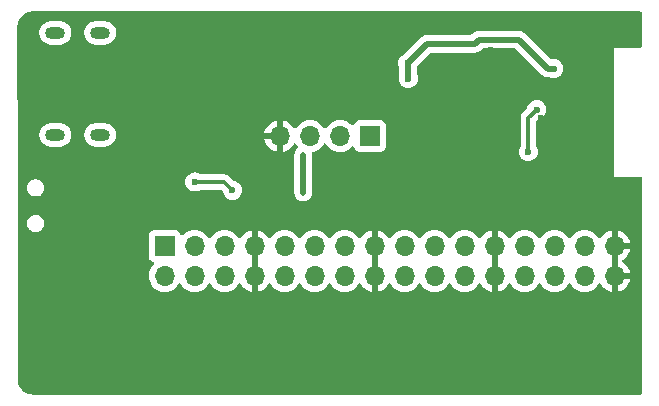
<source format=gbr>
%TF.GenerationSoftware,KiCad,Pcbnew,8.0.5*%
%TF.CreationDate,2024-09-24T02:20:12-04:00*%
%TF.ProjectId,ble_mcu_test_board,626c655f-6d63-4755-9f74-6573745f626f,rev?*%
%TF.SameCoordinates,Original*%
%TF.FileFunction,Copper,L2,Bot*%
%TF.FilePolarity,Positive*%
%FSLAX46Y46*%
G04 Gerber Fmt 4.6, Leading zero omitted, Abs format (unit mm)*
G04 Created by KiCad (PCBNEW 8.0.5) date 2024-09-24 02:20:12*
%MOMM*%
%LPD*%
G01*
G04 APERTURE LIST*
%TA.AperFunction,ComponentPad*%
%ADD10R,1.700000X1.700000*%
%TD*%
%TA.AperFunction,ComponentPad*%
%ADD11O,1.700000X1.700000*%
%TD*%
%TA.AperFunction,ComponentPad*%
%ADD12O,1.700000X1.000000*%
%TD*%
%TA.AperFunction,ViaPad*%
%ADD13C,0.600000*%
%TD*%
%TA.AperFunction,ViaPad*%
%ADD14C,0.500000*%
%TD*%
%TA.AperFunction,Conductor*%
%ADD15C,0.500000*%
%TD*%
%TA.AperFunction,Conductor*%
%ADD16C,0.300000*%
%TD*%
G04 APERTURE END LIST*
D10*
%TO.P,J2,1,Pin_1*%
%TO.N,+3.3V*%
X142350000Y-89900000D03*
D11*
%TO.P,J2,2,Pin_2*%
%TO.N,Net-(J2-Pin_2)*%
X139810000Y-89900000D03*
%TO.P,J2,3,Pin_3*%
%TO.N,Net-(J2-Pin_3)*%
X137270000Y-89900000D03*
%TO.P,J2,4,Pin_4*%
%TO.N,GND*%
X134730000Y-89900000D03*
%TD*%
D10*
%TO.P,J1,1,Pin_1*%
%TO.N,+3.3V*%
X124960000Y-99210000D03*
D11*
%TO.P,J1,2,Pin_2*%
X124960000Y-101750000D03*
%TO.P,J1,3,Pin_3*%
%TO.N,Net-(J1-Pin_3)*%
X127500000Y-99210000D03*
%TO.P,J1,4,Pin_4*%
%TO.N,Net-(J1-Pin_4)*%
X127500000Y-101750000D03*
%TO.P,J1,5,Pin_5*%
%TO.N,Net-(J1-Pin_5)*%
X130040000Y-99210000D03*
%TO.P,J1,6,Pin_6*%
%TO.N,Net-(J1-Pin_6)*%
X130040000Y-101750000D03*
%TO.P,J1,7,Pin_7*%
%TO.N,GND*%
X132580000Y-99210000D03*
%TO.P,J1,8,Pin_8*%
X132580000Y-101750000D03*
%TO.P,J1,9,Pin_9*%
%TO.N,+3.3V*%
X135120000Y-99210000D03*
%TO.P,J1,10,Pin_10*%
X135120000Y-101750000D03*
%TO.P,J1,11,Pin_11*%
%TO.N,Net-(J1-Pin_11)*%
X137660000Y-99210000D03*
%TO.P,J1,12,Pin_12*%
%TO.N,Net-(J1-Pin_12)*%
X137660000Y-101750000D03*
%TO.P,J1,13,Pin_13*%
%TO.N,Net-(J1-Pin_13)*%
X140200000Y-99210000D03*
%TO.P,J1,14,Pin_14*%
%TO.N,Net-(J1-Pin_14)*%
X140200000Y-101750000D03*
%TO.P,J1,15,Pin_15*%
%TO.N,GND*%
X142740000Y-99210000D03*
%TO.P,J1,16,Pin_16*%
X142740000Y-101750000D03*
%TO.P,J1,17,Pin_17*%
%TO.N,+3.3V*%
X145280000Y-99210000D03*
%TO.P,J1,18,Pin_18*%
X145280000Y-101750000D03*
%TO.P,J1,19,Pin_19*%
%TO.N,Net-(J1-Pin_19)*%
X147820000Y-99210000D03*
%TO.P,J1,20,Pin_20*%
%TO.N,Net-(J1-Pin_20)*%
X147820000Y-101750000D03*
%TO.P,J1,21,Pin_21*%
%TO.N,Net-(J1-Pin_21)*%
X150360000Y-99210000D03*
%TO.P,J1,22,Pin_22*%
%TO.N,Net-(J1-Pin_22)*%
X150360000Y-101750000D03*
%TO.P,J1,23,Pin_23*%
%TO.N,GND*%
X152900000Y-99210000D03*
%TO.P,J1,24,Pin_24*%
X152900000Y-101750000D03*
%TO.P,J1,25,Pin_25*%
%TO.N,+3.3V*%
X155440000Y-99210000D03*
%TO.P,J1,26,Pin_26*%
X155440000Y-101750000D03*
%TO.P,J1,27,Pin_27*%
%TO.N,Net-(J1-Pin_27)*%
X157980000Y-99210000D03*
%TO.P,J1,28,Pin_28*%
%TO.N,Net-(J1-Pin_28)*%
X157980000Y-101750000D03*
%TO.P,J1,29,Pin_29*%
%TO.N,Net-(J1-Pin_29)*%
X160520000Y-99210000D03*
%TO.P,J1,30,Pin_30*%
%TO.N,Net-(J1-Pin_30)*%
X160520000Y-101750000D03*
%TO.P,J1,31,Pin_31*%
%TO.N,GND*%
X163060000Y-99210000D03*
%TO.P,J1,32,Pin_32*%
X163060000Y-101750000D03*
%TD*%
D12*
%TO.P,J3,S1,SHIELD*%
%TO.N,unconnected-(J3-SHIELD-PadS1)_1*%
X119500000Y-81180000D03*
%TO.N,unconnected-(J3-SHIELD-PadS1)_3*%
X115700000Y-81180000D03*
%TO.N,unconnected-(J3-SHIELD-PadS1)*%
X119500000Y-89820000D03*
%TO.N,unconnected-(J3-SHIELD-PadS1)_2*%
X115700000Y-89820000D03*
%TD*%
D13*
%TO.N,GND*%
X153500000Y-93500000D03*
X161200000Y-84700000D03*
X114100000Y-107500000D03*
X118250000Y-82750000D03*
X157600000Y-87500000D03*
X122100000Y-109000000D03*
X149000000Y-80500000D03*
X122000000Y-82250000D03*
D14*
X143352083Y-93952083D03*
X125500000Y-90750000D03*
D13*
X159200000Y-87500000D03*
X156800000Y-88400000D03*
X146000000Y-81500000D03*
X126000000Y-86750000D03*
D14*
X144750000Y-89000000D03*
D13*
X156200000Y-81300000D03*
D14*
X142500000Y-92400000D03*
D13*
X158000000Y-83000000D03*
X116500000Y-92000000D03*
X115700000Y-104600000D03*
X126000000Y-85000000D03*
X114800000Y-107500000D03*
X148000000Y-80500000D03*
X132700000Y-82400000D03*
X152400000Y-93500000D03*
X150500000Y-87000000D03*
D14*
X132900000Y-92300000D03*
D13*
X151250000Y-80500000D03*
X161200000Y-86800000D03*
X118250000Y-88250000D03*
D14*
X132800000Y-94400000D03*
D13*
X158700000Y-93700000D03*
X144800000Y-86600000D03*
X160400000Y-93700000D03*
X152600000Y-82625000D03*
X154000000Y-83400000D03*
X150000000Y-80500000D03*
X150109620Y-93209620D03*
%TO.N,+3.3V*%
X156464753Y-87673630D03*
D14*
X136700000Y-91500000D03*
D13*
X155750000Y-91250000D03*
X157900000Y-84200000D03*
X145542629Y-83750000D03*
D14*
X136700000Y-94700000D03*
D13*
X145592435Y-85050000D03*
%TO.N,Net-(U1-PB9)*%
X127500000Y-93800000D03*
X130700000Y-94500000D03*
%TD*%
D15*
%TO.N,+3.3V*%
X157900000Y-84200000D02*
X157400000Y-84200000D01*
X151550000Y-81750000D02*
X151200000Y-82100000D01*
X145542629Y-83750000D02*
X145542629Y-85000194D01*
D16*
X156464753Y-87673630D02*
X155750000Y-88388383D01*
D15*
X151200000Y-82100000D02*
X147192629Y-82100000D01*
X154950000Y-81750000D02*
X151550000Y-81750000D01*
X136700000Y-94700000D02*
X136700000Y-91500000D01*
D16*
X155750000Y-88388383D02*
X155750000Y-91250000D01*
D15*
X157400000Y-84200000D02*
X154950000Y-81750000D01*
X145542629Y-85000194D02*
X145592435Y-85050000D01*
X147192629Y-82100000D02*
X145542629Y-83750000D01*
D16*
%TO.N,Net-(U1-PB9)*%
X127500000Y-93800000D02*
X130000000Y-93800000D01*
X130000000Y-93800000D02*
X130700000Y-94500000D01*
%TD*%
%TA.AperFunction,Conductor*%
%TO.N,GND*%
G36*
X132830000Y-101316988D02*
G01*
X132772993Y-101284075D01*
X132645826Y-101250000D01*
X132514174Y-101250000D01*
X132387007Y-101284075D01*
X132330000Y-101316988D01*
X132330000Y-99643012D01*
X132387007Y-99675925D01*
X132514174Y-99710000D01*
X132645826Y-99710000D01*
X132772993Y-99675925D01*
X132830000Y-99643012D01*
X132830000Y-101316988D01*
G37*
%TD.AperFunction*%
%TA.AperFunction,Conductor*%
G36*
X142990000Y-101316988D02*
G01*
X142932993Y-101284075D01*
X142805826Y-101250000D01*
X142674174Y-101250000D01*
X142547007Y-101284075D01*
X142490000Y-101316988D01*
X142490000Y-99643012D01*
X142547007Y-99675925D01*
X142674174Y-99710000D01*
X142805826Y-99710000D01*
X142932993Y-99675925D01*
X142990000Y-99643012D01*
X142990000Y-101316988D01*
G37*
%TD.AperFunction*%
%TA.AperFunction,Conductor*%
G36*
X153150000Y-101316988D02*
G01*
X153092993Y-101284075D01*
X152965826Y-101250000D01*
X152834174Y-101250000D01*
X152707007Y-101284075D01*
X152650000Y-101316988D01*
X152650000Y-99643012D01*
X152707007Y-99675925D01*
X152834174Y-99710000D01*
X152965826Y-99710000D01*
X153092993Y-99675925D01*
X153150000Y-99643012D01*
X153150000Y-101316988D01*
G37*
%TD.AperFunction*%
%TA.AperFunction,Conductor*%
G36*
X163310000Y-101316988D02*
G01*
X163252993Y-101284075D01*
X163125826Y-101250000D01*
X162994174Y-101250000D01*
X162867007Y-101284075D01*
X162810000Y-101316988D01*
X162810000Y-99643012D01*
X162867007Y-99675925D01*
X162994174Y-99710000D01*
X163125826Y-99710000D01*
X163252993Y-99675925D01*
X163310000Y-99643012D01*
X163310000Y-101316988D01*
G37*
%TD.AperFunction*%
%TA.AperFunction,Conductor*%
G36*
X165293039Y-79370185D02*
G01*
X165338794Y-79422989D01*
X165350000Y-79474500D01*
X165350000Y-82326000D01*
X165330315Y-82393039D01*
X165277511Y-82438794D01*
X165226000Y-82450000D01*
X163000000Y-82450000D01*
X163000000Y-93350000D01*
X165226000Y-93350000D01*
X165293039Y-93369685D01*
X165338794Y-93422489D01*
X165350000Y-93474000D01*
X165350000Y-111675534D01*
X165330315Y-111742573D01*
X165277511Y-111788328D01*
X165226000Y-111799534D01*
X113815532Y-111799500D01*
X113805800Y-111799117D01*
X113617113Y-111784262D01*
X113597895Y-111781218D01*
X113418595Y-111738167D01*
X113400090Y-111732154D01*
X113229734Y-111661586D01*
X113212398Y-111652752D01*
X113055176Y-111556403D01*
X113039434Y-111544966D01*
X112899220Y-111425208D01*
X112885462Y-111411450D01*
X112765710Y-111271235D01*
X112754277Y-111255498D01*
X112657929Y-111098269D01*
X112649096Y-111080932D01*
X112578535Y-110910579D01*
X112572522Y-110892074D01*
X112565394Y-110862385D01*
X112529475Y-110712768D01*
X112526432Y-110693554D01*
X112511542Y-110504348D01*
X112511160Y-110494620D01*
X112511160Y-110447664D01*
X112511140Y-110447471D01*
X112508034Y-101749999D01*
X123604341Y-101749999D01*
X123604341Y-101750000D01*
X123624936Y-101985403D01*
X123624938Y-101985413D01*
X123686094Y-102213655D01*
X123686096Y-102213659D01*
X123686097Y-102213663D01*
X123765801Y-102384588D01*
X123785965Y-102427830D01*
X123785967Y-102427834D01*
X123894281Y-102582521D01*
X123921505Y-102621401D01*
X124088599Y-102788495D01*
X124185384Y-102856265D01*
X124282165Y-102924032D01*
X124282167Y-102924033D01*
X124282170Y-102924035D01*
X124496337Y-103023903D01*
X124724592Y-103085063D01*
X124912918Y-103101539D01*
X124959999Y-103105659D01*
X124960000Y-103105659D01*
X124960001Y-103105659D01*
X124999234Y-103102226D01*
X125195408Y-103085063D01*
X125423663Y-103023903D01*
X125637830Y-102924035D01*
X125831401Y-102788495D01*
X125998495Y-102621401D01*
X126128425Y-102435842D01*
X126183002Y-102392217D01*
X126252500Y-102385023D01*
X126314855Y-102416546D01*
X126331575Y-102435842D01*
X126461500Y-102621395D01*
X126461505Y-102621401D01*
X126628599Y-102788495D01*
X126725384Y-102856265D01*
X126822165Y-102924032D01*
X126822167Y-102924033D01*
X126822170Y-102924035D01*
X127036337Y-103023903D01*
X127264592Y-103085063D01*
X127452918Y-103101539D01*
X127499999Y-103105659D01*
X127500000Y-103105659D01*
X127500001Y-103105659D01*
X127539234Y-103102226D01*
X127735408Y-103085063D01*
X127963663Y-103023903D01*
X128177830Y-102924035D01*
X128371401Y-102788495D01*
X128538495Y-102621401D01*
X128668425Y-102435842D01*
X128723002Y-102392217D01*
X128792500Y-102385023D01*
X128854855Y-102416546D01*
X128871575Y-102435842D01*
X129001500Y-102621395D01*
X129001505Y-102621401D01*
X129168599Y-102788495D01*
X129265384Y-102856265D01*
X129362165Y-102924032D01*
X129362167Y-102924033D01*
X129362170Y-102924035D01*
X129576337Y-103023903D01*
X129804592Y-103085063D01*
X129992918Y-103101539D01*
X130039999Y-103105659D01*
X130040000Y-103105659D01*
X130040001Y-103105659D01*
X130079234Y-103102226D01*
X130275408Y-103085063D01*
X130503663Y-103023903D01*
X130717830Y-102924035D01*
X130911401Y-102788495D01*
X131078495Y-102621401D01*
X131208730Y-102435405D01*
X131263307Y-102391781D01*
X131332805Y-102384587D01*
X131395160Y-102416110D01*
X131411879Y-102435405D01*
X131541890Y-102621078D01*
X131708917Y-102788105D01*
X131902421Y-102923600D01*
X132116507Y-103023429D01*
X132116516Y-103023433D01*
X132330000Y-103080634D01*
X132330000Y-102183012D01*
X132387007Y-102215925D01*
X132514174Y-102250000D01*
X132645826Y-102250000D01*
X132772993Y-102215925D01*
X132830000Y-102183012D01*
X132830000Y-103080633D01*
X133043483Y-103023433D01*
X133043492Y-103023429D01*
X133257578Y-102923600D01*
X133451082Y-102788105D01*
X133618105Y-102621082D01*
X133748119Y-102435405D01*
X133802696Y-102391781D01*
X133872195Y-102384588D01*
X133934549Y-102416110D01*
X133951269Y-102435405D01*
X134081505Y-102621401D01*
X134248599Y-102788495D01*
X134345384Y-102856265D01*
X134442165Y-102924032D01*
X134442167Y-102924033D01*
X134442170Y-102924035D01*
X134656337Y-103023903D01*
X134884592Y-103085063D01*
X135072918Y-103101539D01*
X135119999Y-103105659D01*
X135120000Y-103105659D01*
X135120001Y-103105659D01*
X135159234Y-103102226D01*
X135355408Y-103085063D01*
X135583663Y-103023903D01*
X135797830Y-102924035D01*
X135991401Y-102788495D01*
X136158495Y-102621401D01*
X136288425Y-102435842D01*
X136343002Y-102392217D01*
X136412500Y-102385023D01*
X136474855Y-102416546D01*
X136491575Y-102435842D01*
X136621500Y-102621395D01*
X136621505Y-102621401D01*
X136788599Y-102788495D01*
X136885384Y-102856265D01*
X136982165Y-102924032D01*
X136982167Y-102924033D01*
X136982170Y-102924035D01*
X137196337Y-103023903D01*
X137424592Y-103085063D01*
X137612918Y-103101539D01*
X137659999Y-103105659D01*
X137660000Y-103105659D01*
X137660001Y-103105659D01*
X137699234Y-103102226D01*
X137895408Y-103085063D01*
X138123663Y-103023903D01*
X138337830Y-102924035D01*
X138531401Y-102788495D01*
X138698495Y-102621401D01*
X138828425Y-102435842D01*
X138883002Y-102392217D01*
X138952500Y-102385023D01*
X139014855Y-102416546D01*
X139031575Y-102435842D01*
X139161500Y-102621395D01*
X139161505Y-102621401D01*
X139328599Y-102788495D01*
X139425384Y-102856265D01*
X139522165Y-102924032D01*
X139522167Y-102924033D01*
X139522170Y-102924035D01*
X139736337Y-103023903D01*
X139964592Y-103085063D01*
X140152918Y-103101539D01*
X140199999Y-103105659D01*
X140200000Y-103105659D01*
X140200001Y-103105659D01*
X140239234Y-103102226D01*
X140435408Y-103085063D01*
X140663663Y-103023903D01*
X140877830Y-102924035D01*
X141071401Y-102788495D01*
X141238495Y-102621401D01*
X141368730Y-102435405D01*
X141423307Y-102391781D01*
X141492805Y-102384587D01*
X141555160Y-102416110D01*
X141571879Y-102435405D01*
X141701890Y-102621078D01*
X141868917Y-102788105D01*
X142062421Y-102923600D01*
X142276507Y-103023429D01*
X142276516Y-103023433D01*
X142490000Y-103080634D01*
X142490000Y-102183012D01*
X142547007Y-102215925D01*
X142674174Y-102250000D01*
X142805826Y-102250000D01*
X142932993Y-102215925D01*
X142990000Y-102183012D01*
X142990000Y-103080634D01*
X143203483Y-103023433D01*
X143203492Y-103023429D01*
X143417578Y-102923600D01*
X143611082Y-102788105D01*
X143778105Y-102621082D01*
X143908119Y-102435405D01*
X143962696Y-102391781D01*
X144032195Y-102384588D01*
X144094549Y-102416110D01*
X144111269Y-102435405D01*
X144241505Y-102621401D01*
X144408599Y-102788495D01*
X144505384Y-102856265D01*
X144602165Y-102924032D01*
X144602167Y-102924033D01*
X144602170Y-102924035D01*
X144816337Y-103023903D01*
X145044592Y-103085063D01*
X145232918Y-103101539D01*
X145279999Y-103105659D01*
X145280000Y-103105659D01*
X145280001Y-103105659D01*
X145319234Y-103102226D01*
X145515408Y-103085063D01*
X145743663Y-103023903D01*
X145957830Y-102924035D01*
X146151401Y-102788495D01*
X146318495Y-102621401D01*
X146448425Y-102435842D01*
X146503002Y-102392217D01*
X146572500Y-102385023D01*
X146634855Y-102416546D01*
X146651575Y-102435842D01*
X146781500Y-102621395D01*
X146781505Y-102621401D01*
X146948599Y-102788495D01*
X147045384Y-102856265D01*
X147142165Y-102924032D01*
X147142167Y-102924033D01*
X147142170Y-102924035D01*
X147356337Y-103023903D01*
X147584592Y-103085063D01*
X147772918Y-103101539D01*
X147819999Y-103105659D01*
X147820000Y-103105659D01*
X147820001Y-103105659D01*
X147859234Y-103102226D01*
X148055408Y-103085063D01*
X148283663Y-103023903D01*
X148497830Y-102924035D01*
X148691401Y-102788495D01*
X148858495Y-102621401D01*
X148988425Y-102435842D01*
X149043002Y-102392217D01*
X149112500Y-102385023D01*
X149174855Y-102416546D01*
X149191575Y-102435842D01*
X149321500Y-102621395D01*
X149321505Y-102621401D01*
X149488599Y-102788495D01*
X149585384Y-102856265D01*
X149682165Y-102924032D01*
X149682167Y-102924033D01*
X149682170Y-102924035D01*
X149896337Y-103023903D01*
X150124592Y-103085063D01*
X150312918Y-103101539D01*
X150359999Y-103105659D01*
X150360000Y-103105659D01*
X150360001Y-103105659D01*
X150399234Y-103102226D01*
X150595408Y-103085063D01*
X150823663Y-103023903D01*
X151037830Y-102924035D01*
X151231401Y-102788495D01*
X151398495Y-102621401D01*
X151528730Y-102435405D01*
X151583307Y-102391781D01*
X151652805Y-102384587D01*
X151715160Y-102416110D01*
X151731879Y-102435405D01*
X151861890Y-102621078D01*
X152028917Y-102788105D01*
X152222421Y-102923600D01*
X152436507Y-103023429D01*
X152436516Y-103023433D01*
X152650000Y-103080634D01*
X152650000Y-102183012D01*
X152707007Y-102215925D01*
X152834174Y-102250000D01*
X152965826Y-102250000D01*
X153092993Y-102215925D01*
X153150000Y-102183012D01*
X153150000Y-103080634D01*
X153363483Y-103023433D01*
X153363492Y-103023429D01*
X153577578Y-102923600D01*
X153771082Y-102788105D01*
X153938105Y-102621082D01*
X154068119Y-102435405D01*
X154122696Y-102391781D01*
X154192195Y-102384588D01*
X154254549Y-102416110D01*
X154271269Y-102435405D01*
X154401505Y-102621401D01*
X154568599Y-102788495D01*
X154665384Y-102856265D01*
X154762165Y-102924032D01*
X154762167Y-102924033D01*
X154762170Y-102924035D01*
X154976337Y-103023903D01*
X155204592Y-103085063D01*
X155392918Y-103101539D01*
X155439999Y-103105659D01*
X155440000Y-103105659D01*
X155440001Y-103105659D01*
X155479234Y-103102226D01*
X155675408Y-103085063D01*
X155903663Y-103023903D01*
X156117830Y-102924035D01*
X156311401Y-102788495D01*
X156478495Y-102621401D01*
X156608425Y-102435842D01*
X156663002Y-102392217D01*
X156732500Y-102385023D01*
X156794855Y-102416546D01*
X156811575Y-102435842D01*
X156941500Y-102621395D01*
X156941505Y-102621401D01*
X157108599Y-102788495D01*
X157205384Y-102856265D01*
X157302165Y-102924032D01*
X157302167Y-102924033D01*
X157302170Y-102924035D01*
X157516337Y-103023903D01*
X157744592Y-103085063D01*
X157932918Y-103101539D01*
X157979999Y-103105659D01*
X157980000Y-103105659D01*
X157980001Y-103105659D01*
X158019234Y-103102226D01*
X158215408Y-103085063D01*
X158443663Y-103023903D01*
X158657830Y-102924035D01*
X158851401Y-102788495D01*
X159018495Y-102621401D01*
X159148425Y-102435842D01*
X159203002Y-102392217D01*
X159272500Y-102385023D01*
X159334855Y-102416546D01*
X159351575Y-102435842D01*
X159481500Y-102621395D01*
X159481505Y-102621401D01*
X159648599Y-102788495D01*
X159745384Y-102856265D01*
X159842165Y-102924032D01*
X159842167Y-102924033D01*
X159842170Y-102924035D01*
X160056337Y-103023903D01*
X160284592Y-103085063D01*
X160472918Y-103101539D01*
X160519999Y-103105659D01*
X160520000Y-103105659D01*
X160520001Y-103105659D01*
X160559234Y-103102226D01*
X160755408Y-103085063D01*
X160983663Y-103023903D01*
X161197830Y-102924035D01*
X161391401Y-102788495D01*
X161558495Y-102621401D01*
X161688730Y-102435405D01*
X161743307Y-102391781D01*
X161812805Y-102384587D01*
X161875160Y-102416110D01*
X161891879Y-102435405D01*
X162021890Y-102621078D01*
X162188917Y-102788105D01*
X162382421Y-102923600D01*
X162596507Y-103023429D01*
X162596516Y-103023433D01*
X162810000Y-103080634D01*
X162810000Y-102183012D01*
X162867007Y-102215925D01*
X162994174Y-102250000D01*
X163125826Y-102250000D01*
X163252993Y-102215925D01*
X163310000Y-102183012D01*
X163310000Y-103080634D01*
X163523483Y-103023433D01*
X163523492Y-103023429D01*
X163737578Y-102923600D01*
X163931082Y-102788105D01*
X164098105Y-102621082D01*
X164233600Y-102427578D01*
X164333429Y-102213492D01*
X164333432Y-102213486D01*
X164390636Y-102000000D01*
X163493012Y-102000000D01*
X163525925Y-101942993D01*
X163560000Y-101815826D01*
X163560000Y-101684174D01*
X163525925Y-101557007D01*
X163493012Y-101500000D01*
X164390636Y-101500000D01*
X164390635Y-101499999D01*
X164333432Y-101286513D01*
X164333429Y-101286507D01*
X164233600Y-101072422D01*
X164233599Y-101072420D01*
X164098113Y-100878926D01*
X164098108Y-100878920D01*
X163931082Y-100711894D01*
X163744968Y-100581575D01*
X163701344Y-100526998D01*
X163694151Y-100457499D01*
X163725673Y-100395145D01*
X163744968Y-100378425D01*
X163931082Y-100248105D01*
X164098105Y-100081082D01*
X164233600Y-99887578D01*
X164333429Y-99673492D01*
X164333432Y-99673486D01*
X164390636Y-99460000D01*
X163493012Y-99460000D01*
X163525925Y-99402993D01*
X163560000Y-99275826D01*
X163560000Y-99144174D01*
X163525925Y-99017007D01*
X163493012Y-98960000D01*
X164390636Y-98960000D01*
X164390635Y-98959999D01*
X164333432Y-98746513D01*
X164333429Y-98746507D01*
X164233600Y-98532422D01*
X164233599Y-98532420D01*
X164098113Y-98338926D01*
X164098108Y-98338920D01*
X163931082Y-98171894D01*
X163737578Y-98036399D01*
X163523492Y-97936570D01*
X163523486Y-97936567D01*
X163310000Y-97879364D01*
X163310000Y-98776988D01*
X163252993Y-98744075D01*
X163125826Y-98710000D01*
X162994174Y-98710000D01*
X162867007Y-98744075D01*
X162810000Y-98776988D01*
X162810000Y-97879364D01*
X162809999Y-97879364D01*
X162596513Y-97936567D01*
X162596507Y-97936570D01*
X162382422Y-98036399D01*
X162382420Y-98036400D01*
X162188926Y-98171886D01*
X162188920Y-98171891D01*
X162021891Y-98338920D01*
X162021890Y-98338922D01*
X161891880Y-98524595D01*
X161837303Y-98568219D01*
X161767804Y-98575412D01*
X161705450Y-98543890D01*
X161688730Y-98524594D01*
X161558494Y-98338597D01*
X161391402Y-98171506D01*
X161391395Y-98171501D01*
X161197834Y-98035967D01*
X161197830Y-98035965D01*
X161186108Y-98030499D01*
X160983663Y-97936097D01*
X160983659Y-97936096D01*
X160983655Y-97936094D01*
X160755413Y-97874938D01*
X160755403Y-97874936D01*
X160520001Y-97854341D01*
X160519999Y-97854341D01*
X160284596Y-97874936D01*
X160284586Y-97874938D01*
X160056344Y-97936094D01*
X160056335Y-97936098D01*
X159842171Y-98035964D01*
X159842169Y-98035965D01*
X159648597Y-98171505D01*
X159481505Y-98338597D01*
X159351575Y-98524158D01*
X159296998Y-98567783D01*
X159227500Y-98574977D01*
X159165145Y-98543454D01*
X159148425Y-98524158D01*
X159018494Y-98338597D01*
X158851402Y-98171506D01*
X158851395Y-98171501D01*
X158657834Y-98035967D01*
X158657830Y-98035965D01*
X158646108Y-98030499D01*
X158443663Y-97936097D01*
X158443659Y-97936096D01*
X158443655Y-97936094D01*
X158215413Y-97874938D01*
X158215403Y-97874936D01*
X157980001Y-97854341D01*
X157979999Y-97854341D01*
X157744596Y-97874936D01*
X157744586Y-97874938D01*
X157516344Y-97936094D01*
X157516335Y-97936098D01*
X157302171Y-98035964D01*
X157302169Y-98035965D01*
X157108597Y-98171505D01*
X156941505Y-98338597D01*
X156811575Y-98524158D01*
X156756998Y-98567783D01*
X156687500Y-98574977D01*
X156625145Y-98543454D01*
X156608425Y-98524158D01*
X156478494Y-98338597D01*
X156311402Y-98171506D01*
X156311395Y-98171501D01*
X156117834Y-98035967D01*
X156117830Y-98035965D01*
X156106108Y-98030499D01*
X155903663Y-97936097D01*
X155903659Y-97936096D01*
X155903655Y-97936094D01*
X155675413Y-97874938D01*
X155675403Y-97874936D01*
X155440001Y-97854341D01*
X155439999Y-97854341D01*
X155204596Y-97874936D01*
X155204586Y-97874938D01*
X154976344Y-97936094D01*
X154976335Y-97936098D01*
X154762171Y-98035964D01*
X154762169Y-98035965D01*
X154568597Y-98171505D01*
X154401508Y-98338594D01*
X154271269Y-98524595D01*
X154216692Y-98568219D01*
X154147193Y-98575412D01*
X154084839Y-98543890D01*
X154068119Y-98524594D01*
X153938113Y-98338926D01*
X153938108Y-98338920D01*
X153771082Y-98171894D01*
X153577578Y-98036399D01*
X153363492Y-97936570D01*
X153363486Y-97936567D01*
X153150000Y-97879364D01*
X153150000Y-98776988D01*
X153092993Y-98744075D01*
X152965826Y-98710000D01*
X152834174Y-98710000D01*
X152707007Y-98744075D01*
X152650000Y-98776988D01*
X152650000Y-97879364D01*
X152649999Y-97879364D01*
X152436513Y-97936567D01*
X152436507Y-97936570D01*
X152222422Y-98036399D01*
X152222420Y-98036400D01*
X152028926Y-98171886D01*
X152028920Y-98171891D01*
X151861891Y-98338920D01*
X151861890Y-98338922D01*
X151731880Y-98524595D01*
X151677303Y-98568219D01*
X151607804Y-98575412D01*
X151545450Y-98543890D01*
X151528730Y-98524594D01*
X151398494Y-98338597D01*
X151231402Y-98171506D01*
X151231395Y-98171501D01*
X151037834Y-98035967D01*
X151037830Y-98035965D01*
X151026108Y-98030499D01*
X150823663Y-97936097D01*
X150823659Y-97936096D01*
X150823655Y-97936094D01*
X150595413Y-97874938D01*
X150595403Y-97874936D01*
X150360001Y-97854341D01*
X150359999Y-97854341D01*
X150124596Y-97874936D01*
X150124586Y-97874938D01*
X149896344Y-97936094D01*
X149896335Y-97936098D01*
X149682171Y-98035964D01*
X149682169Y-98035965D01*
X149488597Y-98171505D01*
X149321505Y-98338597D01*
X149191575Y-98524158D01*
X149136998Y-98567783D01*
X149067500Y-98574977D01*
X149005145Y-98543454D01*
X148988425Y-98524158D01*
X148858494Y-98338597D01*
X148691402Y-98171506D01*
X148691395Y-98171501D01*
X148497834Y-98035967D01*
X148497830Y-98035965D01*
X148486108Y-98030499D01*
X148283663Y-97936097D01*
X148283659Y-97936096D01*
X148283655Y-97936094D01*
X148055413Y-97874938D01*
X148055403Y-97874936D01*
X147820001Y-97854341D01*
X147819999Y-97854341D01*
X147584596Y-97874936D01*
X147584586Y-97874938D01*
X147356344Y-97936094D01*
X147356335Y-97936098D01*
X147142171Y-98035964D01*
X147142169Y-98035965D01*
X146948597Y-98171505D01*
X146781505Y-98338597D01*
X146651575Y-98524158D01*
X146596998Y-98567783D01*
X146527500Y-98574977D01*
X146465145Y-98543454D01*
X146448425Y-98524158D01*
X146318494Y-98338597D01*
X146151402Y-98171506D01*
X146151395Y-98171501D01*
X145957834Y-98035967D01*
X145957830Y-98035965D01*
X145946108Y-98030499D01*
X145743663Y-97936097D01*
X145743659Y-97936096D01*
X145743655Y-97936094D01*
X145515413Y-97874938D01*
X145515403Y-97874936D01*
X145280001Y-97854341D01*
X145279999Y-97854341D01*
X145044596Y-97874936D01*
X145044586Y-97874938D01*
X144816344Y-97936094D01*
X144816335Y-97936098D01*
X144602171Y-98035964D01*
X144602169Y-98035965D01*
X144408597Y-98171505D01*
X144241508Y-98338594D01*
X144111269Y-98524595D01*
X144056692Y-98568219D01*
X143987193Y-98575412D01*
X143924839Y-98543890D01*
X143908119Y-98524594D01*
X143778113Y-98338926D01*
X143778108Y-98338920D01*
X143611082Y-98171894D01*
X143417578Y-98036399D01*
X143203492Y-97936570D01*
X143203486Y-97936567D01*
X142990000Y-97879364D01*
X142990000Y-98776988D01*
X142932993Y-98744075D01*
X142805826Y-98710000D01*
X142674174Y-98710000D01*
X142547007Y-98744075D01*
X142490000Y-98776988D01*
X142490000Y-97879364D01*
X142489999Y-97879364D01*
X142276513Y-97936567D01*
X142276507Y-97936570D01*
X142062422Y-98036399D01*
X142062420Y-98036400D01*
X141868926Y-98171886D01*
X141868920Y-98171891D01*
X141701891Y-98338920D01*
X141701890Y-98338922D01*
X141571880Y-98524595D01*
X141517303Y-98568219D01*
X141447804Y-98575412D01*
X141385450Y-98543890D01*
X141368730Y-98524594D01*
X141238494Y-98338597D01*
X141071402Y-98171506D01*
X141071395Y-98171501D01*
X140877834Y-98035967D01*
X140877830Y-98035965D01*
X140866108Y-98030499D01*
X140663663Y-97936097D01*
X140663659Y-97936096D01*
X140663655Y-97936094D01*
X140435413Y-97874938D01*
X140435403Y-97874936D01*
X140200001Y-97854341D01*
X140199999Y-97854341D01*
X139964596Y-97874936D01*
X139964586Y-97874938D01*
X139736344Y-97936094D01*
X139736335Y-97936098D01*
X139522171Y-98035964D01*
X139522169Y-98035965D01*
X139328597Y-98171505D01*
X139161505Y-98338597D01*
X139031575Y-98524158D01*
X138976998Y-98567783D01*
X138907500Y-98574977D01*
X138845145Y-98543454D01*
X138828425Y-98524158D01*
X138698494Y-98338597D01*
X138531402Y-98171506D01*
X138531395Y-98171501D01*
X138337834Y-98035967D01*
X138337830Y-98035965D01*
X138326108Y-98030499D01*
X138123663Y-97936097D01*
X138123659Y-97936096D01*
X138123655Y-97936094D01*
X137895413Y-97874938D01*
X137895403Y-97874936D01*
X137660001Y-97854341D01*
X137659999Y-97854341D01*
X137424596Y-97874936D01*
X137424586Y-97874938D01*
X137196344Y-97936094D01*
X137196335Y-97936098D01*
X136982171Y-98035964D01*
X136982169Y-98035965D01*
X136788597Y-98171505D01*
X136621505Y-98338597D01*
X136491575Y-98524158D01*
X136436998Y-98567783D01*
X136367500Y-98574977D01*
X136305145Y-98543454D01*
X136288425Y-98524158D01*
X136158494Y-98338597D01*
X135991402Y-98171506D01*
X135991395Y-98171501D01*
X135797834Y-98035967D01*
X135797830Y-98035965D01*
X135786108Y-98030499D01*
X135583663Y-97936097D01*
X135583659Y-97936096D01*
X135583655Y-97936094D01*
X135355413Y-97874938D01*
X135355403Y-97874936D01*
X135120001Y-97854341D01*
X135119999Y-97854341D01*
X134884596Y-97874936D01*
X134884586Y-97874938D01*
X134656344Y-97936094D01*
X134656335Y-97936098D01*
X134442171Y-98035964D01*
X134442169Y-98035965D01*
X134248597Y-98171505D01*
X134081508Y-98338594D01*
X133951269Y-98524595D01*
X133896692Y-98568219D01*
X133827193Y-98575412D01*
X133764839Y-98543890D01*
X133748119Y-98524594D01*
X133618113Y-98338926D01*
X133618108Y-98338920D01*
X133451082Y-98171894D01*
X133257578Y-98036399D01*
X133043492Y-97936570D01*
X133043486Y-97936567D01*
X132830000Y-97879364D01*
X132830000Y-98776988D01*
X132772993Y-98744075D01*
X132645826Y-98710000D01*
X132514174Y-98710000D01*
X132387007Y-98744075D01*
X132330000Y-98776988D01*
X132330000Y-97879364D01*
X132329999Y-97879364D01*
X132116513Y-97936567D01*
X132116507Y-97936570D01*
X131902422Y-98036399D01*
X131902420Y-98036400D01*
X131708926Y-98171886D01*
X131708920Y-98171891D01*
X131541891Y-98338920D01*
X131541890Y-98338922D01*
X131411880Y-98524595D01*
X131357303Y-98568219D01*
X131287804Y-98575412D01*
X131225450Y-98543890D01*
X131208730Y-98524594D01*
X131078494Y-98338597D01*
X130911402Y-98171506D01*
X130911395Y-98171501D01*
X130717834Y-98035967D01*
X130717830Y-98035965D01*
X130706108Y-98030499D01*
X130503663Y-97936097D01*
X130503659Y-97936096D01*
X130503655Y-97936094D01*
X130275413Y-97874938D01*
X130275403Y-97874936D01*
X130040001Y-97854341D01*
X130039999Y-97854341D01*
X129804596Y-97874936D01*
X129804586Y-97874938D01*
X129576344Y-97936094D01*
X129576335Y-97936098D01*
X129362171Y-98035964D01*
X129362169Y-98035965D01*
X129168597Y-98171505D01*
X129001505Y-98338597D01*
X128871575Y-98524158D01*
X128816998Y-98567783D01*
X128747500Y-98574977D01*
X128685145Y-98543454D01*
X128668425Y-98524158D01*
X128538494Y-98338597D01*
X128371402Y-98171506D01*
X128371395Y-98171501D01*
X128177834Y-98035967D01*
X128177830Y-98035965D01*
X128166108Y-98030499D01*
X127963663Y-97936097D01*
X127963659Y-97936096D01*
X127963655Y-97936094D01*
X127735413Y-97874938D01*
X127735403Y-97874936D01*
X127500001Y-97854341D01*
X127499999Y-97854341D01*
X127264596Y-97874936D01*
X127264586Y-97874938D01*
X127036344Y-97936094D01*
X127036335Y-97936098D01*
X126822171Y-98035964D01*
X126822169Y-98035965D01*
X126628600Y-98171503D01*
X126506673Y-98293430D01*
X126445350Y-98326914D01*
X126375658Y-98321930D01*
X126319725Y-98280058D01*
X126302810Y-98249081D01*
X126253797Y-98117671D01*
X126253793Y-98117664D01*
X126167547Y-98002455D01*
X126167544Y-98002452D01*
X126052335Y-97916206D01*
X126052328Y-97916202D01*
X125917482Y-97865908D01*
X125917483Y-97865908D01*
X125857883Y-97859501D01*
X125857881Y-97859500D01*
X125857873Y-97859500D01*
X125857864Y-97859500D01*
X124062129Y-97859500D01*
X124062123Y-97859501D01*
X124002516Y-97865908D01*
X123867671Y-97916202D01*
X123867664Y-97916206D01*
X123752455Y-98002452D01*
X123752452Y-98002455D01*
X123666206Y-98117664D01*
X123666202Y-98117671D01*
X123615908Y-98252517D01*
X123609501Y-98312116D01*
X123609500Y-98312135D01*
X123609500Y-100107870D01*
X123609501Y-100107876D01*
X123615908Y-100167483D01*
X123666202Y-100302328D01*
X123666206Y-100302335D01*
X123752452Y-100417544D01*
X123752455Y-100417547D01*
X123867664Y-100503793D01*
X123867671Y-100503797D01*
X123999081Y-100552810D01*
X124055015Y-100594681D01*
X124079432Y-100660145D01*
X124064580Y-100728418D01*
X124043430Y-100756673D01*
X123921503Y-100878600D01*
X123785965Y-101072169D01*
X123785964Y-101072171D01*
X123686098Y-101286335D01*
X123686094Y-101286344D01*
X123624938Y-101514586D01*
X123624936Y-101514596D01*
X123604341Y-101749999D01*
X112508034Y-101749999D01*
X112506419Y-97228047D01*
X113319500Y-97228047D01*
X113319500Y-97371952D01*
X113347570Y-97513071D01*
X113347573Y-97513081D01*
X113402637Y-97646019D01*
X113402642Y-97646028D01*
X113482582Y-97765666D01*
X113482585Y-97765670D01*
X113584329Y-97867414D01*
X113584333Y-97867417D01*
X113703971Y-97947357D01*
X113703977Y-97947360D01*
X113703978Y-97947361D01*
X113836921Y-98002428D01*
X113978047Y-98030499D01*
X113978051Y-98030500D01*
X113978052Y-98030500D01*
X114121949Y-98030500D01*
X114121950Y-98030499D01*
X114263079Y-98002428D01*
X114396022Y-97947361D01*
X114515667Y-97867417D01*
X114617417Y-97765667D01*
X114697361Y-97646022D01*
X114752428Y-97513079D01*
X114780500Y-97371948D01*
X114780500Y-97228052D01*
X114752428Y-97086921D01*
X114697361Y-96953978D01*
X114697360Y-96953977D01*
X114697357Y-96953971D01*
X114617417Y-96834333D01*
X114617414Y-96834329D01*
X114515670Y-96732585D01*
X114515666Y-96732582D01*
X114396028Y-96652642D01*
X114396019Y-96652637D01*
X114263081Y-96597573D01*
X114263082Y-96597573D01*
X114263079Y-96597572D01*
X114263075Y-96597571D01*
X114263071Y-96597570D01*
X114121952Y-96569500D01*
X114121948Y-96569500D01*
X113978052Y-96569500D01*
X113978047Y-96569500D01*
X113836928Y-96597570D01*
X113836918Y-96597573D01*
X113703980Y-96652637D01*
X113703971Y-96652642D01*
X113584333Y-96732582D01*
X113584329Y-96732585D01*
X113482585Y-96834329D01*
X113482582Y-96834333D01*
X113402642Y-96953971D01*
X113402637Y-96953980D01*
X113347573Y-97086918D01*
X113347570Y-97086928D01*
X113319500Y-97228047D01*
X112506419Y-97228047D01*
X112505348Y-94228047D01*
X113319500Y-94228047D01*
X113319500Y-94371952D01*
X113347570Y-94513071D01*
X113347573Y-94513081D01*
X113402637Y-94646019D01*
X113402642Y-94646028D01*
X113482582Y-94765666D01*
X113482585Y-94765670D01*
X113584329Y-94867414D01*
X113584333Y-94867417D01*
X113703971Y-94947357D01*
X113703977Y-94947360D01*
X113703978Y-94947361D01*
X113836921Y-95002428D01*
X113963910Y-95027687D01*
X113978047Y-95030499D01*
X113978051Y-95030500D01*
X113978052Y-95030500D01*
X114121949Y-95030500D01*
X114121950Y-95030499D01*
X114263079Y-95002428D01*
X114396022Y-94947361D01*
X114515667Y-94867417D01*
X114617417Y-94765667D01*
X114697361Y-94646022D01*
X114752428Y-94513079D01*
X114780500Y-94371948D01*
X114780500Y-94228052D01*
X114752428Y-94086921D01*
X114697361Y-93953978D01*
X114697360Y-93953977D01*
X114697357Y-93953971D01*
X114617417Y-93834333D01*
X114617414Y-93834329D01*
X114583081Y-93799996D01*
X126694435Y-93799996D01*
X126694435Y-93800003D01*
X126714630Y-93979249D01*
X126714631Y-93979254D01*
X126774211Y-94149523D01*
X126870184Y-94302262D01*
X126997738Y-94429816D01*
X127150478Y-94525789D01*
X127320739Y-94585366D01*
X127320745Y-94585368D01*
X127320750Y-94585369D01*
X127499996Y-94605565D01*
X127500000Y-94605565D01*
X127500004Y-94605565D01*
X127679249Y-94585369D01*
X127679251Y-94585368D01*
X127679255Y-94585368D01*
X127679258Y-94585366D01*
X127679262Y-94585366D01*
X127769377Y-94553832D01*
X127849522Y-94525789D01*
X127939096Y-94469505D01*
X128005068Y-94450500D01*
X129679192Y-94450500D01*
X129746231Y-94470185D01*
X129766873Y-94486819D01*
X129878277Y-94598223D01*
X129911762Y-94659546D01*
X129913815Y-94672012D01*
X129914630Y-94679246D01*
X129914632Y-94679255D01*
X129974210Y-94849521D01*
X130035685Y-94947357D01*
X130070184Y-95002262D01*
X130197738Y-95129816D01*
X130350478Y-95225789D01*
X130520745Y-95285368D01*
X130520750Y-95285369D01*
X130699996Y-95305565D01*
X130700000Y-95305565D01*
X130700004Y-95305565D01*
X130879249Y-95285369D01*
X130879252Y-95285368D01*
X130879255Y-95285368D01*
X131049522Y-95225789D01*
X131202262Y-95129816D01*
X131329816Y-95002262D01*
X131425789Y-94849522D01*
X131485368Y-94679255D01*
X131489112Y-94646028D01*
X131505565Y-94500003D01*
X131505565Y-94499996D01*
X131485369Y-94320750D01*
X131485368Y-94320745D01*
X131425789Y-94150478D01*
X131425188Y-94149522D01*
X131329815Y-93997737D01*
X131202262Y-93870184D01*
X131049521Y-93774210D01*
X130879255Y-93714632D01*
X130879246Y-93714630D01*
X130872012Y-93713815D01*
X130807600Y-93686744D01*
X130798223Y-93678277D01*
X130414674Y-93294727D01*
X130414673Y-93294726D01*
X130414669Y-93294723D01*
X130308127Y-93223535D01*
X130189744Y-93174499D01*
X130189738Y-93174497D01*
X130064071Y-93149500D01*
X130064069Y-93149500D01*
X128005068Y-93149500D01*
X127939096Y-93130494D01*
X127849522Y-93074210D01*
X127849518Y-93074209D01*
X127679262Y-93014633D01*
X127679249Y-93014630D01*
X127500004Y-92994435D01*
X127499996Y-92994435D01*
X127320750Y-93014630D01*
X127320745Y-93014631D01*
X127150476Y-93074211D01*
X126997737Y-93170184D01*
X126870184Y-93297737D01*
X126774211Y-93450476D01*
X126714631Y-93620745D01*
X126714630Y-93620750D01*
X126694435Y-93799996D01*
X114583081Y-93799996D01*
X114515670Y-93732585D01*
X114515666Y-93732582D01*
X114396028Y-93652642D01*
X114396019Y-93652637D01*
X114263081Y-93597573D01*
X114263082Y-93597573D01*
X114263079Y-93597572D01*
X114263075Y-93597571D01*
X114263071Y-93597570D01*
X114121952Y-93569500D01*
X114121948Y-93569500D01*
X113978052Y-93569500D01*
X113978047Y-93569500D01*
X113836928Y-93597570D01*
X113836918Y-93597573D01*
X113703980Y-93652637D01*
X113703971Y-93652642D01*
X113584333Y-93732582D01*
X113584329Y-93732585D01*
X113482585Y-93834329D01*
X113482582Y-93834333D01*
X113402642Y-93953971D01*
X113402637Y-93953980D01*
X113347573Y-94086918D01*
X113347570Y-94086928D01*
X113319500Y-94228047D01*
X112505348Y-94228047D01*
X112503809Y-89918543D01*
X114349499Y-89918543D01*
X114387947Y-90111829D01*
X114387950Y-90111839D01*
X114463364Y-90293907D01*
X114463371Y-90293920D01*
X114572860Y-90457781D01*
X114572863Y-90457785D01*
X114712214Y-90597136D01*
X114712218Y-90597139D01*
X114876079Y-90706628D01*
X114876092Y-90706635D01*
X115019414Y-90766000D01*
X115058165Y-90782051D01*
X115058169Y-90782051D01*
X115058170Y-90782052D01*
X115251456Y-90820500D01*
X115251459Y-90820500D01*
X116148543Y-90820500D01*
X116278582Y-90794632D01*
X116341835Y-90782051D01*
X116523914Y-90706632D01*
X116687782Y-90597139D01*
X116827139Y-90457782D01*
X116936632Y-90293914D01*
X117012051Y-90111835D01*
X117024632Y-90048582D01*
X117050500Y-89918543D01*
X118149499Y-89918543D01*
X118187947Y-90111829D01*
X118187950Y-90111839D01*
X118263364Y-90293907D01*
X118263371Y-90293920D01*
X118372860Y-90457781D01*
X118372863Y-90457785D01*
X118512214Y-90597136D01*
X118512218Y-90597139D01*
X118676079Y-90706628D01*
X118676092Y-90706635D01*
X118819414Y-90766000D01*
X118858165Y-90782051D01*
X118858169Y-90782051D01*
X118858170Y-90782052D01*
X119051456Y-90820500D01*
X119051459Y-90820500D01*
X119948543Y-90820500D01*
X120078582Y-90794632D01*
X120141835Y-90782051D01*
X120323914Y-90706632D01*
X120487782Y-90597139D01*
X120627139Y-90457782D01*
X120736632Y-90293914D01*
X120812051Y-90111835D01*
X120824632Y-90048582D01*
X120850500Y-89918543D01*
X120850500Y-89721456D01*
X120836286Y-89649999D01*
X133399364Y-89649999D01*
X133399364Y-89650000D01*
X134296988Y-89650000D01*
X134264075Y-89707007D01*
X134230000Y-89834174D01*
X134230000Y-89965826D01*
X134264075Y-90092993D01*
X134296988Y-90150000D01*
X133399364Y-90150000D01*
X133456567Y-90363486D01*
X133456570Y-90363492D01*
X133556399Y-90577578D01*
X133691894Y-90771082D01*
X133858917Y-90938105D01*
X134052421Y-91073600D01*
X134266507Y-91173429D01*
X134266516Y-91173433D01*
X134480000Y-91230634D01*
X134480000Y-90333012D01*
X134537007Y-90365925D01*
X134664174Y-90400000D01*
X134795826Y-90400000D01*
X134922993Y-90365925D01*
X134980000Y-90333012D01*
X134980000Y-91230633D01*
X135193483Y-91173433D01*
X135193492Y-91173429D01*
X135407578Y-91073600D01*
X135601082Y-90938105D01*
X135768105Y-90771082D01*
X135898119Y-90585405D01*
X135952696Y-90541781D01*
X136022195Y-90534588D01*
X136084549Y-90566110D01*
X136101269Y-90585406D01*
X136227722Y-90766000D01*
X136250049Y-90832206D01*
X136233039Y-90899973D01*
X136213829Y-90924804D01*
X136109519Y-91029114D01*
X136071048Y-91090339D01*
X136069159Y-91093254D01*
X136034918Y-91144499D01*
X136034911Y-91144513D01*
X136034852Y-91144657D01*
X136025300Y-91163147D01*
X136019544Y-91172309D01*
X136019542Y-91172314D01*
X135999715Y-91228974D01*
X135997237Y-91235466D01*
X135978341Y-91281088D01*
X135978339Y-91281097D01*
X135975903Y-91293341D01*
X135971330Y-91310097D01*
X135963687Y-91331939D01*
X135963687Y-91331940D01*
X135958341Y-91379382D01*
X135956739Y-91389685D01*
X135949500Y-91426081D01*
X135949500Y-91450890D01*
X135948720Y-91464774D01*
X135944751Y-91499997D01*
X135944751Y-91500000D01*
X135948720Y-91535223D01*
X135949500Y-91549108D01*
X135949500Y-94650890D01*
X135948720Y-94664774D01*
X135944751Y-94699997D01*
X135944751Y-94700000D01*
X135948720Y-94735223D01*
X135949500Y-94749108D01*
X135949500Y-94773916D01*
X135956739Y-94810312D01*
X135958341Y-94820616D01*
X135963687Y-94868059D01*
X135971330Y-94889902D01*
X135975904Y-94906659D01*
X135978342Y-94918913D01*
X135990125Y-94947361D01*
X135997235Y-94964525D01*
X135999708Y-94971003D01*
X136010705Y-95002429D01*
X136019543Y-95027687D01*
X136019546Y-95027694D01*
X136025295Y-95036844D01*
X136034851Y-95055340D01*
X136034912Y-95055488D01*
X136034916Y-95055495D01*
X136069169Y-95106760D01*
X136071054Y-95109669D01*
X136109523Y-95170890D01*
X136229110Y-95290477D01*
X136290303Y-95328927D01*
X136290338Y-95328949D01*
X136293247Y-95330834D01*
X136344505Y-95365084D01*
X136344648Y-95365143D01*
X136363162Y-95374708D01*
X136372310Y-95380456D01*
X136426332Y-95399358D01*
X136428979Y-95400285D01*
X136435477Y-95402766D01*
X136481087Y-95421658D01*
X136481095Y-95421660D01*
X136493332Y-95424094D01*
X136510101Y-95428671D01*
X136531938Y-95436312D01*
X136531941Y-95436313D01*
X136579398Y-95441659D01*
X136589689Y-95443260D01*
X136601926Y-95445694D01*
X136626081Y-95450500D01*
X136626082Y-95450500D01*
X136650890Y-95450500D01*
X136664774Y-95451280D01*
X136699998Y-95455249D01*
X136700000Y-95455249D01*
X136700002Y-95455249D01*
X136735226Y-95451280D01*
X136749110Y-95450500D01*
X136773918Y-95450500D01*
X136810317Y-95443259D01*
X136820599Y-95441659D01*
X136868059Y-95436313D01*
X136889911Y-95428665D01*
X136906660Y-95424094D01*
X136918913Y-95421658D01*
X136964531Y-95402762D01*
X136970988Y-95400295D01*
X137027690Y-95380456D01*
X137036836Y-95374708D01*
X137055365Y-95365138D01*
X137055415Y-95365116D01*
X137055495Y-95365084D01*
X137106780Y-95330815D01*
X137109618Y-95328975D01*
X137170890Y-95290477D01*
X137290477Y-95170890D01*
X137328975Y-95109618D01*
X137330821Y-95106772D01*
X137330829Y-95106760D01*
X137365084Y-95055495D01*
X137365138Y-95055365D01*
X137374708Y-95036836D01*
X137380456Y-95027690D01*
X137400295Y-94970988D01*
X137402762Y-94964531D01*
X137421655Y-94918920D01*
X137421654Y-94918920D01*
X137421658Y-94918913D01*
X137424094Y-94906660D01*
X137428665Y-94889911D01*
X137436313Y-94868059D01*
X137441659Y-94820599D01*
X137443260Y-94810312D01*
X137450500Y-94773918D01*
X137450500Y-94749108D01*
X137451280Y-94735223D01*
X137455249Y-94700000D01*
X137455249Y-94699997D01*
X137451280Y-94664774D01*
X137450500Y-94650890D01*
X137450500Y-91549108D01*
X137451280Y-91535223D01*
X137455249Y-91500000D01*
X137455249Y-91499997D01*
X137451280Y-91464774D01*
X137450500Y-91450890D01*
X137450500Y-91426081D01*
X137443261Y-91389692D01*
X137441659Y-91379398D01*
X137439689Y-91361908D01*
X137451745Y-91293089D01*
X137499095Y-91241710D01*
X137530812Y-91228256D01*
X137733663Y-91173903D01*
X137947830Y-91074035D01*
X138141401Y-90938495D01*
X138308495Y-90771401D01*
X138438425Y-90585842D01*
X138493002Y-90542217D01*
X138562500Y-90535023D01*
X138624855Y-90566546D01*
X138641575Y-90585842D01*
X138771281Y-90771082D01*
X138771505Y-90771401D01*
X138938599Y-90938495D01*
X139035384Y-91006265D01*
X139132165Y-91074032D01*
X139132167Y-91074033D01*
X139132170Y-91074035D01*
X139346337Y-91173903D01*
X139574592Y-91235063D01*
X139751034Y-91250500D01*
X139809999Y-91255659D01*
X139810000Y-91255659D01*
X139810001Y-91255659D01*
X139868966Y-91250500D01*
X140045408Y-91235063D01*
X140273663Y-91173903D01*
X140487830Y-91074035D01*
X140681401Y-90938495D01*
X140803329Y-90816566D01*
X140864648Y-90783084D01*
X140934340Y-90788068D01*
X140990274Y-90829939D01*
X141007189Y-90860917D01*
X141056202Y-90992328D01*
X141056206Y-90992335D01*
X141142452Y-91107544D01*
X141142455Y-91107547D01*
X141257664Y-91193793D01*
X141257671Y-91193797D01*
X141392517Y-91244091D01*
X141392516Y-91244091D01*
X141399444Y-91244835D01*
X141452127Y-91250500D01*
X143247872Y-91250499D01*
X143252551Y-91249996D01*
X154944435Y-91249996D01*
X154944435Y-91250003D01*
X154964630Y-91429249D01*
X154964631Y-91429254D01*
X155024211Y-91599523D01*
X155120184Y-91752262D01*
X155247738Y-91879816D01*
X155400478Y-91975789D01*
X155570745Y-92035368D01*
X155570750Y-92035369D01*
X155749996Y-92055565D01*
X155750000Y-92055565D01*
X155750004Y-92055565D01*
X155929249Y-92035369D01*
X155929252Y-92035368D01*
X155929255Y-92035368D01*
X156099522Y-91975789D01*
X156252262Y-91879816D01*
X156379816Y-91752262D01*
X156475789Y-91599522D01*
X156535368Y-91429255D01*
X156539826Y-91389692D01*
X156555565Y-91250003D01*
X156555565Y-91249996D01*
X156535369Y-91070750D01*
X156535366Y-91070737D01*
X156475790Y-90900481D01*
X156475789Y-90900478D01*
X156448773Y-90857482D01*
X156419506Y-90810903D01*
X156400500Y-90744931D01*
X156400500Y-88709190D01*
X156420185Y-88642151D01*
X156436810Y-88621518D01*
X156562978Y-88495349D01*
X156624297Y-88461867D01*
X156636772Y-88459813D01*
X156644008Y-88458998D01*
X156814275Y-88399419D01*
X156967015Y-88303446D01*
X157094569Y-88175892D01*
X157190542Y-88023152D01*
X157250121Y-87852885D01*
X157270318Y-87673630D01*
X157250937Y-87501618D01*
X157250122Y-87494380D01*
X157250121Y-87494375D01*
X157190541Y-87324106D01*
X157094568Y-87171367D01*
X156967015Y-87043814D01*
X156814276Y-86947841D01*
X156644007Y-86888261D01*
X156644002Y-86888260D01*
X156464757Y-86868065D01*
X156464749Y-86868065D01*
X156285503Y-86888260D01*
X156285498Y-86888261D01*
X156115229Y-86947841D01*
X155962490Y-87043814D01*
X155834937Y-87171367D01*
X155738963Y-87324108D01*
X155679385Y-87494374D01*
X155679383Y-87494382D01*
X155678568Y-87501618D01*
X155651496Y-87566030D01*
X155643030Y-87575405D01*
X155244726Y-87973709D01*
X155173534Y-88080257D01*
X155124499Y-88198638D01*
X155124497Y-88198644D01*
X155099500Y-88324311D01*
X155099500Y-90744931D01*
X155080494Y-90810903D01*
X155024211Y-90900477D01*
X155024209Y-90900481D01*
X154964633Y-91070737D01*
X154964630Y-91070750D01*
X154944435Y-91249996D01*
X143252551Y-91249996D01*
X143307483Y-91244091D01*
X143442331Y-91193796D01*
X143557546Y-91107546D01*
X143643796Y-90992331D01*
X143694091Y-90857483D01*
X143700500Y-90797873D01*
X143700499Y-89002128D01*
X143694091Y-88942517D01*
X143692810Y-88939083D01*
X143643797Y-88807671D01*
X143643793Y-88807664D01*
X143557547Y-88692455D01*
X143557544Y-88692452D01*
X143442335Y-88606206D01*
X143442328Y-88606202D01*
X143307482Y-88555908D01*
X143307483Y-88555908D01*
X143247883Y-88549501D01*
X143247881Y-88549500D01*
X143247873Y-88549500D01*
X143247864Y-88549500D01*
X141452129Y-88549500D01*
X141452123Y-88549501D01*
X141392516Y-88555908D01*
X141257671Y-88606202D01*
X141257664Y-88606206D01*
X141142455Y-88692452D01*
X141142452Y-88692455D01*
X141056206Y-88807664D01*
X141056203Y-88807669D01*
X141007189Y-88939083D01*
X140965317Y-88995016D01*
X140899853Y-89019433D01*
X140831580Y-89004581D01*
X140803326Y-88983430D01*
X140681402Y-88861506D01*
X140681395Y-88861501D01*
X140676322Y-88857949D01*
X140604518Y-88807671D01*
X140487834Y-88725967D01*
X140487830Y-88725965D01*
X140451856Y-88709190D01*
X140273663Y-88626097D01*
X140273659Y-88626096D01*
X140273655Y-88626094D01*
X140045413Y-88564938D01*
X140045403Y-88564936D01*
X139810001Y-88544341D01*
X139809999Y-88544341D01*
X139574596Y-88564936D01*
X139574586Y-88564938D01*
X139346344Y-88626094D01*
X139346335Y-88626098D01*
X139132171Y-88725964D01*
X139132169Y-88725965D01*
X138938597Y-88861505D01*
X138771505Y-89028597D01*
X138641575Y-89214158D01*
X138586998Y-89257783D01*
X138517500Y-89264977D01*
X138455145Y-89233454D01*
X138438425Y-89214158D01*
X138308494Y-89028597D01*
X138141402Y-88861506D01*
X138141395Y-88861501D01*
X138136322Y-88857949D01*
X138064518Y-88807671D01*
X137947834Y-88725967D01*
X137947830Y-88725965D01*
X137911856Y-88709190D01*
X137733663Y-88626097D01*
X137733659Y-88626096D01*
X137733655Y-88626094D01*
X137505413Y-88564938D01*
X137505403Y-88564936D01*
X137270001Y-88544341D01*
X137269999Y-88544341D01*
X137034596Y-88564936D01*
X137034586Y-88564938D01*
X136806344Y-88626094D01*
X136806335Y-88626098D01*
X136592171Y-88725964D01*
X136592169Y-88725965D01*
X136398597Y-88861505D01*
X136231508Y-89028594D01*
X136101269Y-89214595D01*
X136046692Y-89258219D01*
X135977193Y-89265412D01*
X135914839Y-89233890D01*
X135898119Y-89214594D01*
X135768113Y-89028926D01*
X135768108Y-89028920D01*
X135601082Y-88861894D01*
X135407578Y-88726399D01*
X135193492Y-88626570D01*
X135193486Y-88626567D01*
X134980000Y-88569364D01*
X134980000Y-89466988D01*
X134922993Y-89434075D01*
X134795826Y-89400000D01*
X134664174Y-89400000D01*
X134537007Y-89434075D01*
X134480000Y-89466988D01*
X134480000Y-88569364D01*
X134479999Y-88569364D01*
X134266513Y-88626567D01*
X134266507Y-88626570D01*
X134052422Y-88726399D01*
X134052420Y-88726400D01*
X133858926Y-88861886D01*
X133858920Y-88861891D01*
X133691891Y-89028920D01*
X133691886Y-89028926D01*
X133556400Y-89222420D01*
X133556399Y-89222422D01*
X133456570Y-89436507D01*
X133456567Y-89436513D01*
X133399364Y-89649999D01*
X120836286Y-89649999D01*
X120812052Y-89528170D01*
X120812051Y-89528169D01*
X120812051Y-89528165D01*
X120774088Y-89436513D01*
X120736635Y-89346092D01*
X120736628Y-89346079D01*
X120627139Y-89182218D01*
X120627136Y-89182214D01*
X120487785Y-89042863D01*
X120487781Y-89042860D01*
X120323920Y-88933371D01*
X120323907Y-88933364D01*
X120141839Y-88857950D01*
X120141829Y-88857947D01*
X119948543Y-88819500D01*
X119948541Y-88819500D01*
X119051459Y-88819500D01*
X119051457Y-88819500D01*
X118858170Y-88857947D01*
X118858160Y-88857950D01*
X118676092Y-88933364D01*
X118676079Y-88933371D01*
X118512218Y-89042860D01*
X118512214Y-89042863D01*
X118372863Y-89182214D01*
X118372860Y-89182218D01*
X118263371Y-89346079D01*
X118263364Y-89346092D01*
X118187950Y-89528160D01*
X118187947Y-89528170D01*
X118149500Y-89721456D01*
X118149500Y-89721459D01*
X118149500Y-89918541D01*
X118149500Y-89918543D01*
X118149499Y-89918543D01*
X117050500Y-89918543D01*
X117050500Y-89721456D01*
X117012052Y-89528170D01*
X117012051Y-89528169D01*
X117012051Y-89528165D01*
X116974088Y-89436513D01*
X116936635Y-89346092D01*
X116936628Y-89346079D01*
X116827139Y-89182218D01*
X116827136Y-89182214D01*
X116687785Y-89042863D01*
X116687781Y-89042860D01*
X116523920Y-88933371D01*
X116523907Y-88933364D01*
X116341839Y-88857950D01*
X116341829Y-88857947D01*
X116148543Y-88819500D01*
X116148541Y-88819500D01*
X115251459Y-88819500D01*
X115251457Y-88819500D01*
X115058170Y-88857947D01*
X115058160Y-88857950D01*
X114876092Y-88933364D01*
X114876079Y-88933371D01*
X114712218Y-89042860D01*
X114712214Y-89042863D01*
X114572863Y-89182214D01*
X114572860Y-89182218D01*
X114463371Y-89346079D01*
X114463364Y-89346092D01*
X114387950Y-89528160D01*
X114387947Y-89528170D01*
X114349500Y-89721456D01*
X114349500Y-89721459D01*
X114349500Y-89918541D01*
X114349500Y-89918543D01*
X114349499Y-89918543D01*
X112503809Y-89918543D01*
X112501606Y-83749996D01*
X144737064Y-83749996D01*
X144737064Y-83750003D01*
X144757259Y-83929249D01*
X144757260Y-83929254D01*
X144785171Y-84009017D01*
X144792129Y-84049972D01*
X144792129Y-84996363D01*
X144791349Y-85010247D01*
X144786870Y-85049998D01*
X144786870Y-85050003D01*
X144807065Y-85229249D01*
X144807066Y-85229254D01*
X144866646Y-85399523D01*
X144962619Y-85552262D01*
X145090173Y-85679816D01*
X145242913Y-85775789D01*
X145413180Y-85835368D01*
X145413185Y-85835369D01*
X145592431Y-85855565D01*
X145592435Y-85855565D01*
X145592439Y-85855565D01*
X145771684Y-85835369D01*
X145771687Y-85835368D01*
X145771690Y-85835368D01*
X145941957Y-85775789D01*
X146094697Y-85679816D01*
X146222251Y-85552262D01*
X146318224Y-85399522D01*
X146377803Y-85229255D01*
X146398000Y-85050000D01*
X146392993Y-85005565D01*
X146377804Y-84870750D01*
X146377801Y-84870737D01*
X146318225Y-84700481D01*
X146318224Y-84700478D01*
X146312133Y-84690784D01*
X146293129Y-84624815D01*
X146293129Y-84112229D01*
X146312814Y-84045190D01*
X146329448Y-84024548D01*
X147467177Y-82886819D01*
X147528500Y-82853334D01*
X147554858Y-82850500D01*
X151273920Y-82850500D01*
X151371462Y-82831096D01*
X151418913Y-82821658D01*
X151555495Y-82765084D01*
X151604729Y-82732186D01*
X151678416Y-82682952D01*
X151824549Y-82536819D01*
X151885872Y-82503334D01*
X151912230Y-82500500D01*
X154587770Y-82500500D01*
X154654809Y-82520185D01*
X154675451Y-82536819D01*
X156921580Y-84782948D01*
X156921584Y-84782951D01*
X157044498Y-84865080D01*
X157044511Y-84865087D01*
X157181082Y-84921656D01*
X157181087Y-84921658D01*
X157181091Y-84921658D01*
X157181092Y-84921659D01*
X157326079Y-84950500D01*
X157326082Y-84950500D01*
X157473917Y-84950500D01*
X157600028Y-84950500D01*
X157640983Y-84957458D01*
X157720745Y-84985368D01*
X157720750Y-84985369D01*
X157899996Y-85005565D01*
X157900000Y-85005565D01*
X157900004Y-85005565D01*
X158079249Y-84985369D01*
X158079252Y-84985368D01*
X158079255Y-84985368D01*
X158249522Y-84925789D01*
X158402262Y-84829816D01*
X158529816Y-84702262D01*
X158625789Y-84549522D01*
X158685368Y-84379255D01*
X158705565Y-84200000D01*
X158688661Y-84049972D01*
X158685369Y-84020750D01*
X158685368Y-84020745D01*
X158625788Y-83850476D01*
X158529815Y-83697737D01*
X158402262Y-83570184D01*
X158249523Y-83474211D01*
X158079254Y-83414631D01*
X158079249Y-83414630D01*
X157900004Y-83394435D01*
X157899996Y-83394435D01*
X157739868Y-83412476D01*
X157671046Y-83400421D01*
X157638304Y-83376937D01*
X155428421Y-81167052D01*
X155428420Y-81167051D01*
X155337172Y-81106082D01*
X155305495Y-81084916D01*
X155305493Y-81084915D01*
X155305488Y-81084912D01*
X155168917Y-81028343D01*
X155168907Y-81028340D01*
X155023920Y-80999500D01*
X155023918Y-80999500D01*
X151476082Y-80999500D01*
X151476076Y-80999500D01*
X151447242Y-81005234D01*
X151447243Y-81005235D01*
X151331093Y-81028339D01*
X151331083Y-81028342D01*
X151251081Y-81061479D01*
X151251082Y-81061480D01*
X151194506Y-81084915D01*
X151162828Y-81106082D01*
X151071581Y-81167050D01*
X150998516Y-81240115D01*
X150925449Y-81313182D01*
X150864128Y-81346666D01*
X150837770Y-81349500D01*
X147118709Y-81349500D01*
X146973721Y-81378340D01*
X146973711Y-81378343D01*
X146837140Y-81434912D01*
X146837127Y-81434919D01*
X146714213Y-81517048D01*
X146714209Y-81517051D01*
X145234566Y-82996693D01*
X145198502Y-83019370D01*
X145199379Y-83021191D01*
X145193104Y-83024212D01*
X145040366Y-83120184D01*
X144912813Y-83247737D01*
X144816840Y-83400476D01*
X144757260Y-83570745D01*
X144757259Y-83570750D01*
X144737064Y-83749996D01*
X112501606Y-83749996D01*
X112500724Y-81278543D01*
X114349499Y-81278543D01*
X114387947Y-81471829D01*
X114387950Y-81471839D01*
X114463364Y-81653907D01*
X114463371Y-81653920D01*
X114572860Y-81817781D01*
X114572863Y-81817785D01*
X114712214Y-81957136D01*
X114712218Y-81957139D01*
X114876079Y-82066628D01*
X114876092Y-82066635D01*
X115058160Y-82142049D01*
X115058165Y-82142051D01*
X115058169Y-82142051D01*
X115058170Y-82142052D01*
X115251456Y-82180500D01*
X115251459Y-82180500D01*
X116148543Y-82180500D01*
X116278582Y-82154632D01*
X116341835Y-82142051D01*
X116523914Y-82066632D01*
X116687782Y-81957139D01*
X116827139Y-81817782D01*
X116936632Y-81653914D01*
X117012051Y-81471835D01*
X117050500Y-81278543D01*
X118149499Y-81278543D01*
X118187947Y-81471829D01*
X118187950Y-81471839D01*
X118263364Y-81653907D01*
X118263371Y-81653920D01*
X118372860Y-81817781D01*
X118372863Y-81817785D01*
X118512214Y-81957136D01*
X118512218Y-81957139D01*
X118676079Y-82066628D01*
X118676092Y-82066635D01*
X118858160Y-82142049D01*
X118858165Y-82142051D01*
X118858169Y-82142051D01*
X118858170Y-82142052D01*
X119051456Y-82180500D01*
X119051459Y-82180500D01*
X119948543Y-82180500D01*
X120078582Y-82154632D01*
X120141835Y-82142051D01*
X120323914Y-82066632D01*
X120487782Y-81957139D01*
X120627139Y-81817782D01*
X120736632Y-81653914D01*
X120812051Y-81471835D01*
X120850500Y-81278541D01*
X120850500Y-81081459D01*
X120850500Y-81081456D01*
X120812052Y-80888170D01*
X120812051Y-80888169D01*
X120812051Y-80888165D01*
X120812049Y-80888160D01*
X120736635Y-80706092D01*
X120736628Y-80706079D01*
X120627139Y-80542218D01*
X120627136Y-80542214D01*
X120487785Y-80402863D01*
X120487781Y-80402860D01*
X120323920Y-80293371D01*
X120323907Y-80293364D01*
X120141839Y-80217950D01*
X120141829Y-80217947D01*
X119948543Y-80179500D01*
X119948541Y-80179500D01*
X119051459Y-80179500D01*
X119051457Y-80179500D01*
X118858170Y-80217947D01*
X118858160Y-80217950D01*
X118676092Y-80293364D01*
X118676079Y-80293371D01*
X118512218Y-80402860D01*
X118512214Y-80402863D01*
X118372863Y-80542214D01*
X118372860Y-80542218D01*
X118263371Y-80706079D01*
X118263364Y-80706092D01*
X118187950Y-80888160D01*
X118187947Y-80888170D01*
X118149500Y-81081456D01*
X118149500Y-81081459D01*
X118149500Y-81278541D01*
X118149500Y-81278543D01*
X118149499Y-81278543D01*
X117050500Y-81278543D01*
X117050500Y-81278541D01*
X117050500Y-81081459D01*
X117050500Y-81081456D01*
X117012052Y-80888170D01*
X117012051Y-80888169D01*
X117012051Y-80888165D01*
X117012049Y-80888160D01*
X116936635Y-80706092D01*
X116936628Y-80706079D01*
X116827139Y-80542218D01*
X116827136Y-80542214D01*
X116687785Y-80402863D01*
X116687781Y-80402860D01*
X116523920Y-80293371D01*
X116523907Y-80293364D01*
X116341839Y-80217950D01*
X116341829Y-80217947D01*
X116148543Y-80179500D01*
X116148541Y-80179500D01*
X115251459Y-80179500D01*
X115251457Y-80179500D01*
X115058170Y-80217947D01*
X115058160Y-80217950D01*
X114876092Y-80293364D01*
X114876079Y-80293371D01*
X114712218Y-80402860D01*
X114712214Y-80402863D01*
X114572863Y-80542214D01*
X114572860Y-80542218D01*
X114463371Y-80706079D01*
X114463364Y-80706092D01*
X114387950Y-80888160D01*
X114387947Y-80888170D01*
X114349500Y-81081456D01*
X114349500Y-81081459D01*
X114349500Y-81278541D01*
X114349500Y-81278543D01*
X114349499Y-81278543D01*
X112500724Y-81278543D01*
X112500501Y-80654885D01*
X112500883Y-80645144D01*
X112515745Y-80456453D01*
X112518786Y-80437251D01*
X112561848Y-80257924D01*
X112567855Y-80239442D01*
X112638429Y-80069078D01*
X112647262Y-80051744D01*
X112743613Y-79894520D01*
X112755049Y-79878780D01*
X112794174Y-79832971D01*
X112874810Y-79738559D01*
X112888559Y-79724810D01*
X113028782Y-79605046D01*
X113044520Y-79593613D01*
X113201744Y-79497262D01*
X113219079Y-79488429D01*
X113252703Y-79474500D01*
X113389442Y-79417855D01*
X113407924Y-79411848D01*
X113587251Y-79368786D01*
X113606454Y-79365744D01*
X113795150Y-79350882D01*
X113804886Y-79350500D01*
X165226000Y-79350500D01*
X165293039Y-79370185D01*
G37*
%TD.AperFunction*%
%TD*%
M02*

</source>
